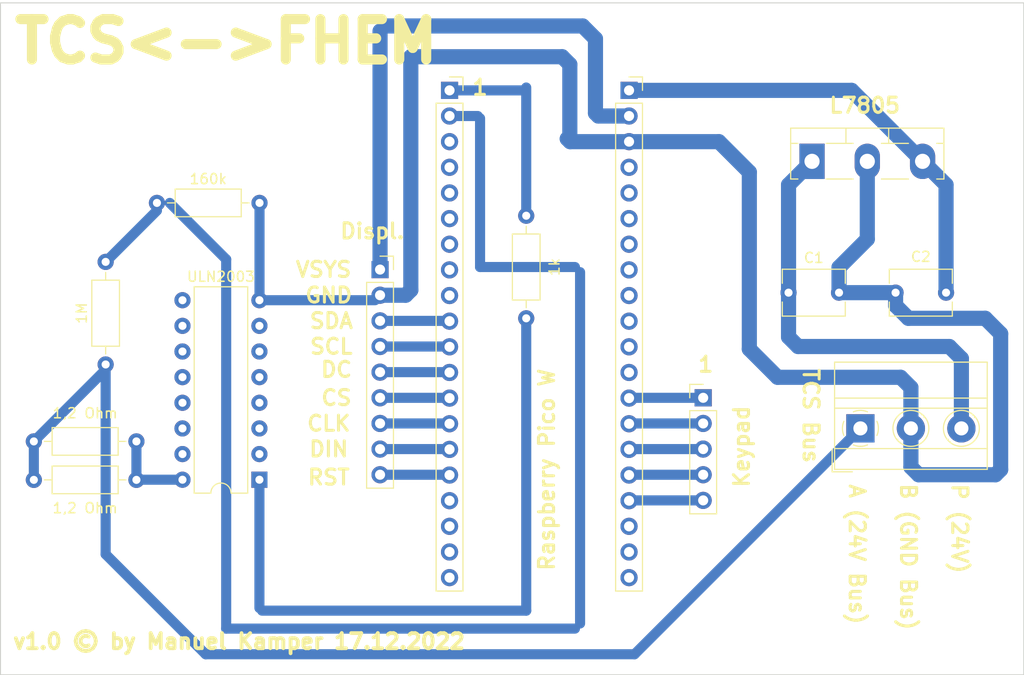
<source format=kicad_pcb>
(kicad_pcb (version 20211014) (generator pcbnew)
  (layers (0 "F.Cu" signal) (31 "B.Cu" signal) (34 "B.Paste" user) (35 "F.Paste" user) (36 "B.SilkS" user "B.Silkscreen") (37 "F.SilkS" user "F.Silkscreen") (38 "B.Mask" user) (39 "F.Mask" user) (44 "Edge.Cuts" user))
  (net 0 "")
  (net 1 "+24V")
  (net 2 "GND")
  (net 3 "Net-(C2-Pad1)")
  (net 27 "Net-(J3-Pad13)")
  (net 28 "Net-(J3-Pad14)")
  (net 29 "Net-(J3-Pad15)")
  (net 30 "Net-(J3-Pad16)")
  (net 31 "Net-(J3-Pad17)")
  (net 32 "Net-(J2-Pad10)")
  (net 33 "Net-(J2-Pad11)")
  (net 34 "Net-(J2-Pad12)")
  (net 35 "Net-(J2-Pad13)")
  (net 36 "Net-(J2-Pad14)")
  (net 37 "Net-(J2-Pad15)")
  (net 38 "Net-(J2-Pad16)")
  (net 39 "Net-(J3-Pad2)")
  (net 53 "Net-(R3-Pad2)")
  (net 54 "Net-(J2-Pad1)")
  (net 55 "Net-(J2-Pad2)")
  (net 56 "Net-(U2-Pad1)")
  (net 57 "Net-(U2-Pad16)")
  (footprint "Connector_PinHeader_2.54mm:PinHeader_1x05_P2.54mm_Vertical" (layer "F.Cu") (at 169.926 97.79)
    (fp_text reference "J4" hide)
    (fp_text value "Keypad" hide)
    (fp_line (start -1.33 11.49) (end 1.33 11.49) (layer "F.SilkS") (width 0.12))
    (fp_line (start 1.33 1.27) (end 1.33 11.49) (layer "F.SilkS") (width 0.12))
    (fp_line (start -1.33 -1.33) (end 0 -1.33) (layer "F.SilkS") (width 0.12))
    (fp_line (start -1.33 1.27) (end 1.33 1.27) (layer "F.SilkS") (width 0.12))
    (fp_line (start -1.33 0) (end -1.33 -1.33) (layer "F.SilkS") (width 0.12))
    (fp_line (start -1.33 1.27) (end -1.33 11.49) (layer "F.SilkS") (width 0.12))
    (pad "1" thru_hole rect (at 0 0) (size 1.7 1.7) (drill 1) (layers *.Cu *.Mask) (net 27 "Net-(J3-Pad13)"))
    (pad "2" thru_hole oval (at 0 2.54) (size 1.7 1.7) (drill 1) (layers *.Cu *.Mask) (net 28 "Net-(J3-Pad14)"))
    (pad "3" thru_hole oval (at 0 5.08) (size 1.7 1.7) (drill 1) (layers *.Cu *.Mask) (net 29 "Net-(J3-Pad15)"))
    (pad "4" thru_hole oval (at 0 7.62) (size 1.7 1.7) (drill 1) (layers *.Cu *.Mask) (net 30 "Net-(J3-Pad16)"))
    (pad "5" thru_hole oval (at 0 10.16) (size 1.7 1.7) (drill 1) (layers *.Cu *.Mask) (net 31 "Net-(J3-Pad17)"))
  )
  (footprint "Capacitor_THT:C_Disc_D6.0mm_W4.4mm_P5.00mm" (layer "F.Cu") (at 178.381631 87.376)
    (fp_text reference "C1" (at 2.5 -3.45) (layer "F.SilkS"))
    (fp_text value "0,22µF" hide)
    (fp_line (start -0.62 2.321) (end 5.62 2.321) (layer "F.SilkS") (width 0.12))
    (fp_line (start 5.62 -2.321) (end 5.62 -0.925) (layer "F.SilkS") (width 0.12))
    (fp_line (start 5.62 0.925) (end 5.62 2.321) (layer "F.SilkS") (width 0.12))
    (fp_line (start -0.62 -2.321) (end -0.62 -0.925) (layer "F.SilkS") (width 0.12))
    (fp_line (start -0.62 -2.321) (end 5.62 -2.321) (layer "F.SilkS") (width 0.12))
    (fp_line (start -0.62 0.925) (end -0.62 2.321) (layer "F.SilkS") (width 0.12))
    (pad "1" thru_hole circle (at 0 0) (size 1.6 1.6) (drill 0.8) (layers *.Cu *.Mask) (net 1 "+24V"))
    (pad "2" thru_hole circle (at 5 0) (size 1.6 1.6) (drill 0.8) (layers *.Cu *.Mask) (net 2 "GND"))
  )
  (footprint "TerminalBlock_MetzConnect:TerminalBlock_MetzConnect_Type011_RT05503HBWC_1x03_P5.00mm_Horizontal" (layer "F.Cu") (at 185.5 100.818)
    (fp_text reference "J1" hide)
    (fp_text value "TCS In" hide)
    (fp_line (start -2.56 4.06) (end 12.56 4.06) (layer "F.SilkS") (width 0.12))
    (fp_line (start 12.56 -6.56) (end 12.56 4.06) (layer "F.SilkS") (width 0.12))
    (fp_line (start 11.133 -1.35) (end 11.108 -1.326) (layer "F.SilkS") (width 0.12))
    (fp_line (start 6.35 -1.133) (end 6.301 -1.083) (layer "F.SilkS") (width 0.12))
    (fp_line (start -2.56 -3) (end 12.56 -3) (layer "F.SilkS") (width 0.12))
    (fp_line (start -2.8 2.06) (end -2.8 4.3) (layer "F.SilkS") (width 0.12))
    (fp_line (start 8.7 1.083) (end 8.65 1.133) (layer "F.SilkS") (width 0.12))
    (fp_line (start -2.56 2) (end 12.56 2) (layer "F.SilkS") (width 0.12))
    (fp_line (start -2.56 -2) (end 12.56 -2) (layer "F.SilkS") (width 0.12))
    (fp_line (start 6.133 -1.35) (end 6.108 -1.326) (layer "F.SilkS") (width 0.12))
    (fp_line (start -2.8 4.3) (end -0.8 4.3) (layer "F.SilkS") (width 0.12))
    (fp_line (start -2.56 -6.56) (end -2.56 4.06) (layer "F.SilkS") (width 0.12))
    (fp_line (start -2.56 -6.56) (end 12.56 -6.56) (layer "F.SilkS") (width 0.12))
    (fp_line (start 3.7 1.083) (end 3.65 1.133) (layer "F.SilkS") (width 0.12))
    (fp_line (start 11.35 -1.133) (end 11.301 -1.083) (layer "F.SilkS") (width 0.12))
    (fp_line (start 3.892 1.325) (end 3.868 1.35) (layer "F.SilkS") (width 0.12))
    (fp_line (start 8.892 1.325) (end 8.868 1.35) (layer "F.SilkS") (width 0.12))
    (fp_arc (start -0.695516 -1.639206) (mid 0.000263 -1.780657) (end 0.696 -1.639) (layer "F.SilkS") (width 0.12))
    (fp_arc (start 1.639206 -0.695516) (mid 1.780657 0.000263) (end 1.639 0.696) (layer "F.SilkS") (width 0.12))
    (fp_arc (start -1.639206 0.695516) (mid -1.780657 -0.000263) (end -1.639 -0.696) (layer "F.SilkS") (width 0.12))
    (fp_arc (start 0.030814 1.78039) (mid -0.340023 1.747891) (end -0.696 1.639) (layer "F.SilkS") (width 0.12))
    (fp_arc (start 0.695501 1.638499) (mid 0.354875 1.744266) (end 0 1.78) (layer "F.SilkS") (width 0.12))
    (fp_circle (center 10 0) (end 11.78 0) (layer "F.SilkS") (width 0.12) (fill none))
    (fp_circle (center 5 0) (end 6.78 0) (layer "F.SilkS") (width 0.12) (fill none))
    (pad "1" thru_hole rect (at 0 0) (size 2.8 2.8) (drill 1.4) (layers *.Cu *.Mask) (net 53 "Net-(R3-Pad2)"))
    (pad "2" thru_hole circle (at 5 0) (size 2.8 2.8) (drill 1.4) (layers *.Cu *.Mask) (net 2 "GND"))
    (pad "3" thru_hole circle (at 10 0) (size 2.8 2.8) (drill 1.4) (layers *.Cu *.Mask) (net 1 "+24V"))
  )
  (footprint "Resistor_THT:R_Axial_DIN0207_L6.3mm_D2.5mm_P10.16mm_Horizontal" (layer "F.Cu") (at 125.984 78.486 180)
    (fp_text reference "R4" hide)
    (fp_text value "160k" (at 5.08 2.37) (layer "F.SilkS"))
    (fp_line (start 1.81 1.37) (end 8.35 1.37) (layer "F.SilkS") (width 0.12))
    (fp_line (start 8.35 -1.37) (end 1.81 -1.37) (layer "F.SilkS") (width 0.12))
    (fp_line (start 8.35 1.37) (end 8.35 -1.37) (layer "F.SilkS") (width 0.12))
    (fp_line (start 1.04 0) (end 1.81 0) (layer "F.SilkS") (width 0.12))
    (fp_line (start 9.12 0) (end 8.35 0) (layer "F.SilkS") (width 0.12))
    (fp_line (start 1.81 -1.37) (end 1.81 1.37) (layer "F.SilkS") (width 0.12))
    (pad "1" thru_hole circle (at 0 0 180) (size 1.6 1.6) (drill 0.8) (layers *.Cu *.Mask) (net 2 "GND"))
    (pad "2" thru_hole oval (at 10.16 0 180) (size 1.6 1.6) (drill 0.8) (layers *.Cu *.Mask) (net 55 "Net-(J2-Pad2)"))
  )
  (footprint "Connector_PinSocket_2.54mm:PinSocket_1x20_P2.54mm_Vertical" (layer "F.Cu") (at 162.585 67.34)
    (fp_text reference "J3" hide)
    (fp_text value "Conn_01x20_Male" hide)
    (fp_line (start -1.33 49.59) (end 1.33 49.59) (layer "F.SilkS") (width 0.12))
    (fp_line (start 0 -1.33) (end 1.33 -1.33) (layer "F.SilkS") (width 0.12))
    (fp_line (start -1.33 1.27) (end 1.33 1.27) (layer "F.SilkS") (width 0.12))
    (fp_line (start 1.33 -1.33) (end 1.33 0) (layer "F.SilkS") (width 0.12))
    (fp_line (start -1.33 1.27) (end -1.33 49.59) (layer "F.SilkS") (width 0.12))
    (fp_line (start 1.33 1.27) (end 1.33 49.59) (layer "F.SilkS") (width 0.12))
    (pad "1" thru_hole rect (at 0 0) (size 1.7 1.7) (drill 1) (layers *.Cu *.Mask) (net 3 "Net-(C2-Pad1)"))
    (pad "2" thru_hole oval (at 0 2.54) (size 1.7 1.7) (drill 1) (layers *.Cu *.Mask) (net 39 "Net-(J3-Pad2)"))
    (pad "3" thru_hole oval (at 0 5.08) (size 1.7 1.7) (drill 1) (layers *.Cu *.Mask) (net 2 "GND"))
    (pad "4" thru_hole oval (at 0 7.62) (size 1.7 1.7) (drill 1) (layers *.Cu *.Mask))
    (pad "5" thru_hole oval (at 0 10.16) (size 1.7 1.7) (drill 1) (layers *.Cu *.Mask))
    (pad "6" thru_hole oval (at 0 12.7) (size 1.7 1.7) (drill 1) (layers *.Cu *.Mask))
    (pad "7" thru_hole oval (at 0 15.24) (size 1.7 1.7) (drill 1) (layers *.Cu *.Mask))
    (pad "8" thru_hole oval (at 0 17.78) (size 1.7 1.7) (drill 1) (layers *.Cu *.Mask))
    (pad "9" thru_hole oval (at 0 20.32) (size 1.7 1.7) (drill 1) (layers *.Cu *.Mask))
    (pad "10" thru_hole oval (at 0 22.86) (size 1.7 1.7) (drill 1) (layers *.Cu *.Mask))
    (pad "11" thru_hole oval (at 0 25.4) (size 1.7 1.7) (drill 1) (layers *.Cu *.Mask))
    (pad "12" thru_hole oval (at 0 27.94) (size 1.7 1.7) (drill 1) (layers *.Cu *.Mask))
    (pad "13" thru_hole oval (at 0 30.48) (size 1.7 1.7) (drill 1) (layers *.Cu *.Mask) (net 27 "Net-(J3-Pad13)"))
    (pad "14" thru_hole oval (at 0 33.02) (size 1.7 1.7) (drill 1) (layers *.Cu *.Mask) (net 28 "Net-(J3-Pad14)"))
    (pad "15" thru_hole oval (at 0 35.56) (size 1.7 1.7) (drill 1) (layers *.Cu *.Mask) (net 29 "Net-(J3-Pad15)"))
    (pad "16" thru_hole oval (at 0 38.1) (size 1.7 1.7) (drill 1) (layers *.Cu *.Mask) (net 30 "Net-(J3-Pad16)"))
    (pad "17" thru_hole oval (at 0 40.64) (size 1.7 1.7) (drill 1) (layers *.Cu *.Mask) (net 31 "Net-(J3-Pad17)"))
    (pad "18" thru_hole oval (at 0 43.18) (size 1.7 1.7) (drill 1) (layers *.Cu *.Mask))
    (pad "19" thru_hole oval (at 0 45.72) (size 1.7 1.7) (drill 1) (layers *.Cu *.Mask))
    (pad "20" thru_hole oval (at 0 48.26) (size 1.7 1.7) (drill 1) (layers *.Cu *.Mask))
  )
  (footprint "Package_TO_SOT_THT:TO-218-3_Vertical" (layer "F.Cu") (at 180.707 74.37)
    (fp_text reference "U1" hide)
    (fp_text value "L7805" hide)
    (fp_line (start 13.065 -3.29) (end 13.065 1.75) (layer "F.SilkS") (width 0.12))
    (fp_line (start 7.59 -3.29) (end 7.59 -1.78) (layer "F.SilkS") (width 0.12))
    (fp_line (start 1.4 1.75) (end 4.075 1.75) (layer "F.SilkS") (width 0.12))
    (fp_line (start 3.36 -3.29) (end 3.36 -1.78) (layer "F.SilkS") (width 0.12))
    (fp_line (start 12.35 1.75) (end 13.065 1.75) (layer "F.SilkS") (width 0.12))
    (fp_line (start -2.115 -1.78) (end -1.4 -1.78) (layer "F.SilkS") (width 0.12))
    (fp_line (start 6.875 1.75) (end 9.55 1.75) (layer "F.SilkS") (width 0.12))
    (fp_line (start 1.4 -1.78) (end 4.075 -1.78) (layer "F.SilkS") (width 0.12))
    (fp_line (start 6.875 -1.78) (end 9.55 -1.78) (layer "F.SilkS") (width 0.12))
    (fp_line (start -2.115 -3.29) (end 13.065 -3.29) (layer "F.SilkS") (width 0.12))
    (fp_line (start -2.115 -3.29) (end -2.115 1.75) (layer "F.SilkS") (width 0.12))
    (fp_line (start 12.35 -1.78) (end 13.065 -1.78) (layer "F.SilkS") (width 0.12))
    (fp_line (start -2.115 1.75) (end -1.4 1.75) (layer "F.SilkS") (width 0.12))
    (pad "1" thru_hole rect (at 0 0) (size 2.5 3.5) (drill 1.5) (layers *.Cu *.Mask) (net 1 "+24V"))
    (pad "2" thru_hole oval (at 5.475 0) (size 2.5 3.5) (drill 1.5) (layers *.Cu *.Mask) (net 2 "GND"))
    (pad "3" thru_hole oval (at 10.95 0) (size 2.5 3.5) (drill 1.5) (layers *.Cu *.Mask) (net 3 "Net-(C2-Pad1)"))
  )
  (footprint "Capacitor_THT:C_Disc_D6.0mm_W4.4mm_P5.00mm" (layer "F.Cu") (at 193.982369 87.376 180)
    (fp_text reference "C2" (at 2.5 3.556 180) (layer "F.SilkS"))
    (fp_text value "0,1µF" hide)
    (fp_line (start 5.62 0.925) (end 5.62 2.321) (layer "F.SilkS") (width 0.12))
    (fp_line (start -0.62 0.925) (end -0.62 2.321) (layer "F.SilkS") (width 0.12))
    (fp_line (start -0.62 -2.321) (end -0.62 -0.925) (layer "F.SilkS") (width 0.12))
    (fp_line (start -0.62 -2.321) (end 5.62 -2.321) (layer "F.SilkS") (width 0.12))
    (fp_line (start 5.62 -2.321) (end 5.62 -0.925) (layer "F.SilkS") (width 0.12))
    (fp_line (start -0.62 2.321) (end 5.62 2.321) (layer "F.SilkS") (width 0.12))
    (pad "1" thru_hole circle (at 0 0 180) (size 1.6 1.6) (drill 0.8) (layers *.Cu *.Mask) (net 3 "Net-(C2-Pad1)"))
    (pad "2" thru_hole circle (at 5 0 180) (size 1.6 1.6) (drill 0.8) (layers *.Cu *.Mask) (net 2 "GND"))
  )
  (footprint "Connector_PinSocket_2.54mm:PinSocket_1x20_P2.54mm_Vertical" (layer "F.Cu") (at 144.805 67.34)
    (fp_text reference "J2" hide)
    (fp_text value "Conn_01x20_Male" hide)
    (fp_line (start 0 -1.33) (end 1.33 -1.33) (layer "F.SilkS") (width 0.12))
    (fp_line (start -1.33 1.27) (end -1.33 49.59) (layer "F.SilkS") (width 0.12))
    (fp_line (start 1.33 -1.33) (end 1.33 0) (layer "F.SilkS") (width 0.12))
    (fp_line (start 1.33 1.27) (end 1.33 49.59) (layer "F.SilkS") (width 0.12))
    (fp_line (start -1.33 49.59) (end 1.33 49.59) (layer "F.SilkS") (width 0.12))
    (fp_line (start -1.33 1.27) (end 1.33 1.27) (layer "F.SilkS") (width 0.12))
    (pad "1" thru_hole rect (at 0 0) (size 1.7 1.7) (drill 1) (layers *.Cu *.Mask) (net 54 "Net-(J2-Pad1)"))
    (pad "2" thru_hole oval (at 0 2.54) (size 1.7 1.7) (drill 1) (layers *.Cu *.Mask) (net 55 "Net-(J2-Pad2)"))
    (pad "3" thru_hole oval (at 0 5.08) (size 1.7 1.7) (drill 1) (layers *.Cu *.Mask))
    (pad "4" thru_hole oval (at 0 7.62) (size 1.7 1.7) (drill 1) (layers *.Cu *.Mask))
    (pad "5" thru_hole oval (at 0 10.16) (size 1.7 1.7) (drill 1) (layers *.Cu *.Mask))
    (pad "6" thru_hole oval (at 0 12.7) (size 1.7 1.7) (drill 1) (layers *.Cu *.Mask))
    (pad "7" thru_hole oval (at 0 15.24) (size 1.7 1.7) (drill 1) (layers *.Cu *.Mask))
    (pad "8" thru_hole oval (at 0 17.78) (size 1.7 1.7) (drill 1) (layers *.Cu *.Mask))
    (pad "9" thru_hole oval (at 0 20.32) (size 1.7 1.7) (drill 1) (layers *.Cu *.Mask))
    (pad "10" thru_hole oval (at 0 22.86) (size 1.7 1.7) (drill 1) (layers *.Cu *.Mask) (net 32 "Net-(J2-Pad10)"))
    (pad "11" thru_hole oval (at 0 25.4) (size 1.7 1.7) (drill 1) (layers *.Cu *.Mask) (net 33 "Net-(J2-Pad11)"))
    (pad "12" thru_hole oval (at 0 27.94) (size 1.7 1.7) (drill 1) (layers *.Cu *.Mask) (net 34 "Net-(J2-Pad12)"))
    (pad "13" thru_hole oval (at 0 30.48) (size 1.7 1.7) (drill 1) (layers *.Cu *.Mask) (net 35 "Net-(J2-Pad13)"))
    (pad "14" thru_hole oval (at 0 33.02) (size 1.7 1.7) (drill 1) (layers *.Cu *.Mask) (net 36 "Net-(J2-Pad14)"))
    (pad "15" thru_hole oval (at 0 35.56) (size 1.7 1.7) (drill 1) (layers *.Cu *.Mask) (net 37 "Net-(J2-Pad15)"))
    (pad "16" thru_hole oval (at 0 38.1) (size 1.7 1.7) (drill 1) (layers *.Cu *.Mask) (net 38 "Net-(J2-Pad16)"))
    (pad "17" thru_hole oval (at 0 40.64) (size 1.7 1.7) (drill 1) (layers *.Cu *.Mask))
    (pad "18" thru_hole oval (at 0 43.18) (size 1.7 1.7) (drill 1) (layers *.Cu *.Mask))
    (pad "19" thru_hole oval (at 0 45.72) (size 1.7 1.7) (drill 1) (layers *.Cu *.Mask))
    (pad "20" thru_hole oval (at 0 48.26) (size 1.7 1.7) (drill 1) (layers *.Cu *.Mask))
  )
  (footprint "Package_DIP:DIP-16_W7.62mm" (layer "F.Cu") (at 125.974 105.903 180)
    (fp_text reference "U2" hide)
    (fp_text value "ULN2003" (at 3.81 20.11) (layer "F.SilkS"))
    (fp_line (start 6.46 -1.33) (end 4.81 -1.33) (layer "F.SilkS") (width 0.12))
    (fp_line (start 1.16 19.11) (end 6.46 19.11) (layer "F.SilkS") (width 0.12))
    (fp_line (start 6.46 19.11) (end 6.46 -1.33) (layer "F.SilkS") (width 0.12))
    (fp_line (start 2.81 -1.33) (end 1.16 -1.33) (layer "F.SilkS") (width 0.12))
    (fp_line (start 1.16 -1.33) (end 1.16 19.11) (layer "F.SilkS") (width 0.12))
    (fp_arc (start 4.81 -1.33) (mid 3.81 -0.33) (end 2.81 -1.33) (layer "F.SilkS") (width 0.12))
    (pad "1" thru_hole rect (at 0 0 180) (size 1.6 1.6) (drill 0.8) (layers *.Cu *.Mask) (net 56 "Net-(U2-Pad1)"))
    (pad "2" thru_hole oval (at 0 2.54 180) (size 1.6 1.6) (drill 0.8) (layers *.Cu *.Mask))
    (pad "3" thru_hole oval (at 0 5.08 180) (size 1.6 1.6) (drill 0.8) (layers *.Cu *.Mask))
    (pad "4" thru_hole oval (at 0 7.62 180) (size 1.6 1.6) (drill 0.8) (layers *.Cu *.Mask))
    (pad "5" thru_hole oval (at 0 10.16 180) (size 1.6 1.6) (drill 0.8) (layers *.Cu *.Mask))
    (pad "6" thru_hole oval (at 0 12.7 180) (size 1.6 1.6) (drill 0.8) (layers *.Cu *.Mask))
    (pad "7" thru_hole oval (at 0 15.24 180) (size 1.6 1.6) (drill 0.8) (layers *.Cu *.Mask))
    (pad "8" thru_hole oval (at 0 17.78 180) (size 1.6 1.6) (drill 0.8) (layers *.Cu *.Mask) (net 2 "GND"))
    (pad "9" thru_hole oval (at 7.62 17.78 180) (size 1.6 1.6) (drill 0.8) (layers *.Cu *.Mask))
    (pad "10" thru_hole oval (at 7.62 15.24 180) (size 1.6 1.6) (drill 0.8) (layers *.Cu *.Mask))
    (pad "11" thru_hole oval (at 7.62 12.7 180) (size 1.6 1.6) (drill 0.8) (layers *.Cu *.Mask))
    (pad "12" thru_hole oval (at 7.62 10.16 180) (size 1.6 1.6) (drill 0.8) (layers *.Cu *.Mask))
    (pad "13" thru_hole oval (at 7.62 7.62 180) (size 1.6 1.6) (drill 0.8) (layers *.Cu *.Mask))
    (pad "14" thru_hole oval (at 7.62 5.08 180) (size 1.6 1.6) (drill 0.8) (layers *.Cu *.Mask))
    (pad "15" thru_hole oval (at 7.62 2.54 180) (size 1.6 1.6) (drill 0.8) (layers *.Cu *.Mask))
    (pad "16" thru_hole oval (at 7.62 0 180) (size 1.6 1.6) (drill 0.8) (layers *.Cu *.Mask) (net 57 "Net-(U2-Pad16)"))
  )
  (footprint "Resistor_THT:R_Axial_DIN0207_L6.3mm_D2.5mm_P10.16mm_Horizontal" (layer "F.Cu") (at 113.792 105.918 180)
    (fp_text reference "R1" hide)
    (fp_text value "1,2 Ohm" (at 5.08 -2.794) (layer "F.SilkS"))
    (fp_line (start 1.81 -1.37) (end 1.81 1.37) (layer "F.SilkS") (width 0.12))
    (fp_line (start 1.81 1.37) (end 8.35 1.37) (layer "F.SilkS") (width 0.12))
    (fp_line (start 1.04 0) (end 1.81 0) (layer "F.SilkS") (width 0.12))
    (fp_line (start 9.12 0) (end 8.35 0) (layer "F.SilkS") (width 0.12))
    (fp_line (start 8.35 -1.37) (end 1.81 -1.37) (layer "F.SilkS") (width 0.12))
    (fp_line (start 8.35 1.37) (end 8.35 -1.37) (layer "F.SilkS") (width 0.12))
    (pad "1" thru_hole circle (at 0 0 180) (size 1.6 1.6) (drill 0.8) (layers *.Cu *.Mask) (net 57 "Net-(U2-Pad16)"))
    (pad "2" thru_hole oval (at 10.16 0 180) (size 1.6 1.6) (drill 0.8) (layers *.Cu *.Mask) (net 53 "Net-(R3-Pad2)"))
  )
  (footprint "Connector_PinSocket_2.54mm:PinSocket_1x09_P2.54mm_Vertical" (layer "F.Cu") (at 137.922 85.09)
    (fp_text reference "J5" hide)
    (fp_text value "Display" hide)
    (fp_line (start 0 -1.33) (end 1.33 -1.33) (layer "F.SilkS") (width 0.12))
    (fp_line (start 1.33 -1.33) (end 1.33 0) (layer "F.SilkS") (width 0.12))
    (fp_line (start -1.33 1.27) (end 1.33 1.27) (layer "F.SilkS") (width 0.12))
    (fp_line (start -1.33 21.65) (end 1.33 21.65) (layer "F.SilkS") (width 0.12))
    (fp_line (start -1.33 1.27) (end -1.33 21.65) (layer "F.SilkS") (width 0.12))
    (fp_line (start 1.33 1.27) (end 1.33 21.65) (layer "F.SilkS") (width 0.12))
    (pad "1" thru_hole rect (at 0 0) (size 1.7 1.7) (drill 1) (layers *.Cu *.Mask) (net 39 "Net-(J3-Pad2)"))
    (pad "2" thru_hole oval (at 0 2.54) (size 1.7 1.7) (drill 1) (layers *.Cu *.Mask) (net 2 "GND"))
    (pad "3" thru_hole oval (at 0 5.08) (size 1.7 1.7) (drill 1) (layers *.Cu *.Mask) (net 32 "Net-(J2-Pad10)"))
    (pad "4" thru_hole oval (at 0 7.62) (size 1.7 1.7) (drill 1) (layers *.Cu *.Mask) (net 33 "Net-(J2-Pad11)"))
    (pad "5" thru_hole oval (at 0 10.16) (size 1.7 1.7) (drill 1) (layers *.Cu *.Mask) (net 34 "Net-(J2-Pad12)"))
    (pad "6" thru_hole oval (at 0 12.7) (size 1.7 1.7) (drill 1) (layers *.Cu *.Mask) (net 35 "Net-(J2-Pad13)"))
    (pad "7" thru_hole oval (at 0 15.24) (size 1.7 1.7) (drill 1) (layers *.Cu *.Mask) (net 36 "Net-(J2-Pad14)"))
    (pad "8" thru_hole oval (at 0 17.78) (size 1.7 1.7) (drill 1) (layers *.Cu *.Mask) (net 37 "Net-(J2-Pad15)"))
    (pad "9" thru_hole oval (at 0 20.32) (size 1.7 1.7) (drill 1) (layers *.Cu *.Mask) (net 38 "Net-(J2-Pad16)"))
  )
  (footprint "Resistor_THT:R_Axial_DIN0207_L6.3mm_D2.5mm_P10.16mm_Horizontal" (layer "F.Cu") (at 110.744 84.328 -90)
    (fp_text reference "R3" hide)
    (fp_text value "1M" (at 5.08 2.37 90) (layer "F.SilkS"))
    (fp_line (start 8.35 -1.37) (end 1.81 -1.37) (layer "F.SilkS") (width 0.12))
    (fp_line (start 9.12 0) (end 8.35 0) (layer "F.SilkS") (width 0.12))
    (fp_line (start 1.81 -1.37) (end 1.81 1.37) (layer "F.SilkS") (width 0.12))
    (fp_line (start 8.35 1.37) (end 8.35 -1.37) (layer "F.SilkS") (width 0.12))
    (fp_line (start 1.04 0) (end 1.81 0) (layer "F.SilkS") (width 0.12))
    (fp_line (start 1.81 1.37) (end 8.35 1.37) (layer "F.SilkS") (width 0.12))
    (pad "1" thru_hole circle (at 0 0 270) (size 1.6 1.6) (drill 0.8) (layers *.Cu *.Mask) (net 55 "Net-(J2-Pad2)"))
    (pad "2" thru_hole oval (at 10.16 0 270) (size 1.6 1.6) (drill 0.8) (layers *.Cu *.Mask) (net 53 "Net-(R3-Pad2)"))
  )
  (footprint "Resistor_THT:R_Axial_DIN0207_L6.3mm_D2.5mm_P10.16mm_Horizontal" (layer "F.Cu") (at 152.4 79.756 -90)
    (fp_text reference "R5" hide)
    (fp_text value "1k" (at 5.08 -2.794 90) (layer "F.SilkS"))
    (fp_line (start 9.12 0) (end 8.35 0) (layer "F.SilkS") (width 0.12))
    (fp_line (start 1.04 0) (end 1.81 0) (layer "F.SilkS") (width 0.12))
    (fp_line (start 8.35 -1.37) (end 1.81 -1.37) (layer "F.SilkS") (width 0.12))
    (fp_line (start 8.35 1.37) (end 8.35 -1.37) (layer "F.SilkS") (width 0.12))
    (fp_line (start 1.81 -1.37) (end 1.81 1.37) (layer "F.SilkS") (width 0.12))
    (fp_line (start 1.81 1.37) (end 8.35 1.37) (layer "F.SilkS") (width 0.12))
    (pad "1" thru_hole circle (at 0 0 270) (size 1.6 1.6) (drill 0.8) (layers *.Cu *.Mask) (net 54 "Net-(J2-Pad1)"))
    (pad "2" thru_hole oval (at 10.16 0 270) (size 1.6 1.6) (drill 0.8) (layers *.Cu *.Mask) (net 56 "Net-(U2-Pad1)"))
  )
  (footprint "Resistor_THT:R_Axial_DIN0207_L6.3mm_D2.5mm_P10.16mm_Horizontal" (layer "F.Cu") (at 113.792 102.108 180)
    (fp_text reference "R2" hide)
    (fp_text value "1,2 Ohm" (at 5.08 2.794) (layer "F.SilkS"))
    (fp_line (start 8.35 1.37) (end 8.35 -1.37) (layer "F.SilkS") (width 0.12))
    (fp_line (start 1.04 0) (end 1.81 0) (layer "F.SilkS") (width 0.12))
    (fp_line (start 8.35 -1.37) (end 1.81 -1.37) (layer "F.SilkS") (width 0.12))
    (fp_line (start 1.81 -1.37) (end 1.81 1.37) (layer "F.SilkS") (width 0.12))
    (fp_line (start 1.81 1.37) (end 8.35 1.37) (layer "F.SilkS") (width 0.12))
    (fp_line (start 9.12 0) (end 8.35 0) (layer "F.SilkS") (width 0.12))
    (pad "1" thru_hole circle (at 0 0 180) (size 1.6 1.6) (drill 0.8) (layers *.Cu *.Mask) (net 57 "Net-(U2-Pad16)"))
    (pad "2" thru_hole oval (at 10.16 0 180) (size 1.6 1.6) (drill 0.8) (layers *.Cu *.Mask) (net 53 "Net-(R3-Pad2)"))
  )
  (gr_rect (start 100.33 58.674) (end 201.676 125.222) (layer "Edge.Cuts") (width 0.1) (fill none))
  (gr_text "L7805" (at 185.928 68.834) (layer "F.SilkS") (effects (font (size 1.5 1.5) (thickness 0.3))))
  (gr_text "A (24V Bus)" (at 185.166 113.284 -90) (layer "F.SilkS") (effects (font (size 1.5 1.5) (thickness 0.3))))
  (gr_text "VSYS" (at 132.334 85.09) (layer "F.SilkS") (effects (font (size 1.5 1.5) (thickness 0.3))))
  (gr_text "1" (at 147.828 67.056) (layer "F.SilkS") (effects (font (size 1.5 1.5) (thickness 0.3))))
  (gr_text "P (24V)" (at 195.326 110.744 -90) (layer "F.SilkS") (effects (font (size 1.5 1.5) (thickness 0.3))))
  (gr_text "DIN" (at 132.842 102.87) (layer "F.SilkS") (effects (font (size 1.5 1.5) (thickness 0.3))))
  (gr_text "CS" (at 133.604 97.79) (layer "F.SilkS") (effects (font (size 1.5 1.5) (thickness 0.3))))
  (gr_text "CLK" (at 132.842 100.33) (layer "F.SilkS") (effects (font (size 1.5 1.5) (thickness 0.3))))
  (gr_text "Keypad" (at 173.736 102.616 90) (layer "F.SilkS") (effects (font (size 1.5 1.5) (thickness 0.3))))
  (gr_text "v1.0 © by Manuel Kamper 17.12.2022" (at 123.952 121.92) (layer "F.SilkS") (effects (font (size 1.5 1.5) (thickness 0.375))))
  (gr_text "GND" (at 132.842 87.63) (layer "F.SilkS") (effects (font (size 1.5 1.5) (thickness 0.3))))
  (gr_text "Raspberry Pico W" (at 154.432 104.902 90) (layer "F.SilkS") (effects (font (size 1.5 1.5) (thickness 0.3))))
  (gr_text "SDA" (at 133.096 90.17) (layer "F.SilkS") (effects (font (size 1.5 1.5) (thickness 0.3))))
  (gr_text "RST" (at 132.842 105.664) (layer "F.SilkS") (effects (font (size 1.5 1.5) (thickness 0.3))))
  (gr_text "TCS Bus" (at 180.594 99.568 -90) (layer "F.SilkS") (effects (font (size 1.5 1.5) (thickness 0.3))))
  (gr_text "1" (at 170.18 94.488) (layer "F.SilkS") (effects (font (size 1.5 1.5) (thickness 0.3))))
  (gr_text "B (GND Bus)" (at 190.246 113.538 -90) (layer "F.SilkS") (effects (font (size 1.5 1.5) (thickness 0.3))))
  (gr_text "DC" (at 133.604 94.996) (layer "F.SilkS") (effects (font (size 1.5 1.5) (thickness 0.3))))
  (gr_text "TCS<->FHEM" (at 122.682 62.484) (layer "F.SilkS") (effects (font (size 4 4) (thickness 1))))
  (gr_text "Displ." (at 137.16 81.28) (layer "F.SilkS") (effects (font (size 1.5 1.5) (thickness 0.3))))
  (gr_text "SCL" (at 133.096 92.71) (layer "F.SilkS") (effects (font (size 1.5 1.5) (thickness 0.3))))
  (segment (start 179.324 92.71) (end 194.31 92.71) (width 1.5) (layer "B.Cu") (net 1))
  (segment (start 195.5 93.9) (end 195.5 100.818) (width 1.5) (layer "B.Cu") (net 1))
  (segment (start 194.31 92.71) (end 195.5 93.9) (width 1.5) (layer "B.Cu") (net 1))
  (segment (start 178.381631 91.767631) (end 179.324 92.71) (width 1.5) (layer "B.Cu") (net 1))
  (segment (start 178.381631 76.695369) (end 180.707 74.37) (width 1.5) (layer "B.Cu") (net 1))
  (segment (start 178.381631 87.376) (end 178.381631 76.695369) (width 1.5) (layer "B.Cu") (net 1))
  (segment (start 178.381631 87.376) (end 178.381631 91.767631) (width 1.5) (layer "B.Cu") (net 1))
  (segment (start 171.48 72.42) (end 174.498 75.438) (width 1.5) (layer "B.Cu") (net 2))
  (segment (start 137.922 87.63) (end 140.462 87.63) (width 1.5) (layer "B.Cu") (net 2))
  (segment (start 137.429 88.123) (end 137.922 87.63) (width 0.25) (layer "B.Cu") (net 2))
  (segment (start 190.5 100.818) (end 190.5 104.648) (width 1.5) (layer "B.Cu") (net 2))
  (segment (start 140.97 64.008) (end 155.956 64.008) (width 1.5) (layer "B.Cu") (net 2))
  (segment (start 174.498 75.438) (end 174.498 92.964) (width 1.5) (layer "B.Cu") (net 2))
  (segment (start 199.39 91.44) (end 197.866 89.916) (width 1.5) (layer "B.Cu") (net 2))
  (segment (start 125.984 88.113) (end 125.974 88.123) (width 0.25) (layer "B.Cu") (net 2))
  (segment (start 190.5 104.648) (end 191.262 105.41) (width 1.5) (layer "B.Cu") (net 2))
  (segment (start 188.982369 88.652369) (end 188.982369 87.376) (width 1.5) (layer "B.Cu") (net 2))
  (segment (start 140.462 87.63) (end 140.97 87.122) (width 1.5) (layer "B.Cu") (net 2))
  (segment (start 191.262 105.41) (end 198.882 105.41) (width 1.5) (layer "B.Cu") (net 2))
  (segment (start 197.866 89.916) (end 190.246 89.916) (width 1.5) (layer "B.Cu") (net 2))
  (segment (start 162.585 72.42) (end 171.48 72.42) (width 1.5) (layer "B.Cu") (net 2))
  (segment (start 156.718 71.882) (end 156.464 72.136) (width 1.5) (layer "B.Cu") (net 2))
  (segment (start 140.97 87.122) (end 140.97 64.008) (width 1.5) (layer "B.Cu") (net 2))
  (segment (start 190.5 96.774) (end 190.5 100.818) (width 1.5) (layer "B.Cu") (net 2))
  (segment (start 183.381631 84.876) (end 186.182 82.075631) (width 1.5) (layer "B.Cu") (net 2))
  (segment (start 188.982369 87.376) (end 183.381631 87.376) (width 1.5) (layer "B.Cu") (net 2))
  (segment (start 199.39 104.902) (end 199.39 91.44) (width 1.5) (layer "B.Cu") (net 2))
  (segment (start 156.718 64.77) (end 156.718 71.882) (width 1.5) (layer "B.Cu") (net 2))
  (segment (start 190.246 89.916) (end 188.982369 88.652369) (width 1.5) (layer "B.Cu") (net 2))
  (segment (start 186.182 74.37) (end 186.182 82.075631) (width 1.5) (layer "B.Cu") (net 2))
  (segment (start 125.974 88.123) (end 137.429 88.123) (width 1) (layer "B.Cu") (net 2))
  (segment (start 156.748 72.42) (end 162.585 72.42) (width 1.5) (layer "B.Cu") (net 2))
  (segment (start 125.984 78.486) (end 125.984 88.113) (width 1) (layer "B.Cu") (net 2))
  (segment (start 174.498 92.964) (end 177.292 95.758) (width 1.5) (layer "B.Cu") (net 2))
  (segment (start 198.882 105.41) (end 199.39 104.902) (width 1.5) (layer "B.Cu") (net 2))
  (segment (start 156.464 72.136) (end 156.748 72.42) (width 1.5) (layer "B.Cu") (net 2))
  (segment (start 189.484 95.758) (end 190.5 96.774) (width 1.5) (layer "B.Cu") (net 2))
  (segment (start 155.956 64.008) (end 156.718 64.77) (width 1.5) (layer "B.Cu") (net 2))
  (segment (start 177.292 95.758) (end 189.484 95.758) (width 1.5) (layer "B.Cu") (net 2))
  (segment (start 183.381631 87.376) (end 183.381631 84.876) (width 1.5) (layer "B.Cu") (net 2))
  (segment (start 184.627 67.34) (end 162.585 67.34) (width 1.5) (layer "B.Cu") (net 3))
  (segment (start 193.982369 76.695369) (end 191.657 74.37) (width 1.5) (layer "B.Cu") (net 3))
  (segment (start 193.982369 87.376) (end 193.982369 76.695369) (width 1.5) (layer "B.Cu") (net 3))
  (segment (start 191.657 74.37) (end 184.627 67.34) (width 1.5) (layer "B.Cu") (net 3))
  (segment (start 162.615 97.79) (end 162.585 97.82) (width 0.25) (layer "B.Cu") (net 27))
  (segment (start 169.926 97.79) (end 162.615 97.79) (width 1) (layer "B.Cu") (net 27))
  (segment (start 162.615 100.33) (end 162.585 100.36) (width 0.25) (layer "B.Cu") (net 28))
  (segment (start 169.926 100.33) (end 162.615 100.33) (width 1) (layer "B.Cu") (net 28))
  (segment (start 162.615 102.87) (end 162.585 102.9) (width 0.25) (layer "B.Cu") (net 29))
  (segment (start 169.926 102.87) (end 162.615 102.87) (width 1) (layer "B.Cu") (net 29))
  (segment (start 169.926 105.41) (end 162.615 105.41) (width 1) (layer "B.Cu") (net 30))
  (segment (start 162.615 105.41) (end 162.585 105.44) (width 0.25) (layer "B.Cu") (net 30))
  (segment (start 169.926 107.95) (end 162.615 107.95) (width 1) (layer "B.Cu") (net 31))
  (segment (start 162.615 107.95) (end 162.585 107.98) (width 0.25) (layer "B.Cu") (net 31))
  (segment (start 144.775 90.17) (end 144.805 90.2) (width 0.25) (layer "B.Cu") (net 32))
  (segment (start 137.922 90.17) (end 144.775 90.17) (width 1) (layer "B.Cu") (net 32))
  (segment (start 137.922 92.71) (end 144.775 92.71) (width 1) (layer "B.Cu") (net 33))
  (segment (start 144.775 92.71) (end 144.805 92.74) (width 0.25) (layer "B.Cu") (net 33))
  (segment (start 144.775 95.25) (end 144.805 95.28) (width 0.25) (layer "B.Cu") (net 34))
  (segment (start 137.922 95.25) (end 144.775 95.25) (width 1) (layer "B.Cu") (net 34))
  (segment (start 144.775 97.79) (end 144.805 97.82) (width 0.25) (layer "B.Cu") (net 35))
  (segment (start 137.922 97.79) (end 144.775 97.79) (width 1) (layer "B.Cu") (net 35))
  (segment (start 137.922 100.33) (end 144.775 100.33) (width 1) (layer "B.Cu") (net 36))
  (segment (start 144.775 100.33) (end 144.805 100.36) (width 0.25) (layer "B.Cu") (net 36))
  (segment (start 144.775 102.87) (end 144.805 102.9) (width 0.25) (layer "B.Cu") (net 37))
  (segment (start 137.922 102.87) (end 144.775 102.87) (width 1) (layer "B.Cu") (net 37))
  (segment (start 144.775 105.41) (end 144.805 105.44) (width 0.25) (layer "B.Cu") (net 38))
  (segment (start 137.922 105.41) (end 144.775 105.41) (width 1) (layer "B.Cu") (net 38))
  (segment (start 137.922 85.09) (end 137.922 61.468) (width 1.5) (layer "B.Cu") (net 39))
  (segment (start 159.258 62.23) (end 159.258 69.596) (width 1.5) (layer "B.Cu") (net 39))
  (segment (start 157.988 60.96) (end 159.258 62.23) (width 1.5) (layer "B.Cu") (net 39))
  (segment (start 137.922 61.468) (end 138.43 60.96) (width 0.25) (layer "B.Cu") (net 39))
  (segment (start 138.43 60.96) (end 157.988 60.96) (width 1.5) (layer "B.Cu") (net 39))
  (segment (start 159.258 69.596) (end 159.542 69.88) (width 1.5) (layer "B.Cu") (net 39))
  (segment (start 159.542 69.88) (end 162.585 69.88) (width 1.5) (layer "B.Cu") (net 39))
  (segment (start 110.744 94.996) (end 110.744 94.488) (width 1) (layer "B.Cu") (net 53))
  (segment (start 120.65 123.19) (end 163.128 123.19) (width 1) (layer "B.Cu") (net 53))
  (segment (start 103.632 105.918) (end 103.632 102.108) (width 1) (layer "B.Cu") (net 53))
  (segment (start 103.632 102.108) (end 110.744 94.996) (width 1) (layer "B.Cu") (net 53))
  (segment (start 163.128 123.19) (end 185.5 100.818) (width 1) (layer "B.Cu") (net 53))
  (segment (start 110.744 113.284) (end 120.65 123.19) (width 1) (layer "B.Cu") (net 53))
  (segment (start 110.744 94.488) (end 110.744 113.284) (width 1) (layer "B.Cu") (net 53))
  (segment (start 152.4 67.056) (end 152.4 79.756) (width 1) (layer "B.Cu") (net 54))
  (segment (start 144.805 67.34) (end 152.116 67.34) (width 1) (layer "B.Cu") (net 54))
  (segment (start 152.116 67.34) (end 152.4 67.056) (width 0.25) (layer "B.Cu") (net 54))
  (segment (start 157.734 120.142) (end 157.734 85.344) (width 1) (layer "B.Cu") (net 55))
  (segment (start 147.828 84.836) (end 147.828 70.104) (width 1) (layer "B.Cu") (net 55))
  (segment (start 117.094 78.486) (end 122.682 84.074) (width 1) (layer "B.Cu") (net 55))
  (segment (start 157.226 120.65) (end 157.734 120.142) (width 0.25) (layer "B.Cu") (net 55))
  (segment (start 157.734 85.344) (end 157.226 84.836) (width 0.25) (layer "B.Cu") (net 55))
  (segment (start 147.828 70.104) (end 147.604 69.88) (width 0.25) (layer "B.Cu") (net 55))
  (segment (start 110.744 84.328) (end 115.824 79.248) (width 1) (layer "B.Cu") (net 55))
  (segment (start 157.226 84.836) (end 147.828 84.836) (width 1) (layer "B.Cu") (net 55))
  (segment (start 122.682 120.65) (end 157.226 120.65) (width 1) (layer "B.Cu") (net 55))
  (segment (start 122.682 84.074) (end 122.682 120.65) (width 1) (layer "B.Cu") (net 55))
  (segment (start 115.824 79.248) (end 115.824 78.486) (width 0.25) (layer "B.Cu") (net 55))
  (segment (start 147.604 69.88) (end 144.805 69.88) (width 1) (layer "B.Cu") (net 55))
  (segment (start 115.824 78.486) (end 117.094 78.486) (width 0.25) (layer "B.Cu") (net 55))
  (segment (start 152.4 118.872) (end 126.238 118.872) (width 1) (layer "B.Cu") (net 56))
  (segment (start 125.974 118.608) (end 125.974 105.903) (width 1) (layer "B.Cu") (net 56))
  (segment (start 126.238 118.872) (end 125.974 118.608) (width 0.25) (layer "B.Cu") (net 56))
  (segment (start 152.4 89.916) (end 152.4 118.872) (width 1) (layer "B.Cu") (net 56))
  (segment (start 113.792 105.888) (end 113.792 102.108) (width 1) (layer "B.Cu") (net 57))
  (segment (start 113.807 105.903) (end 113.792 105.918) (width 0.25) (layer "B.Cu") (net 57))
  (segment (start 113.807 105.903) (end 113.792 105.888) (width 0.25) (layer "B.Cu") (net 57))
  (segment (start 118.354 105.903) (end 113.807 105.903) (width 1) (layer "B.Cu") (net 57))
)
</source>
